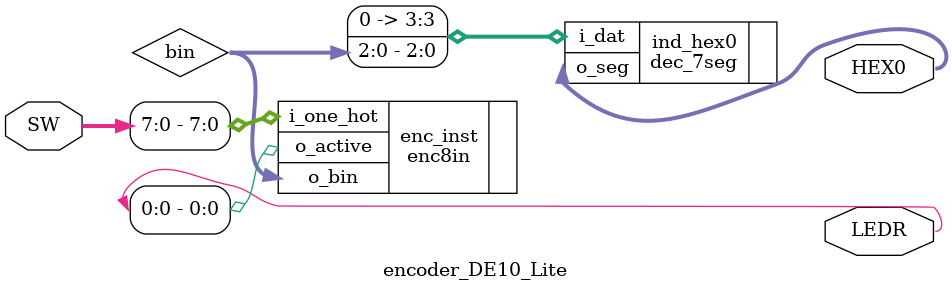
<source format=v>
module encoder_DE10_Lite (SW, HEX0, LEDR);

input   [9:0]   SW;
output  [9:0]   LEDR;
output  [6:0]   HEX0;

wire    [2:0]   bin;

enc8in enc_inst(.i_one_hot (SW[7:0]), 
                .o_bin (bin),
                .o_active (LEDR[0])
                );

dec_7seg    ind_hex0(.i_dat ({1'b0, bin}), 
                     .o_seg (HEX0)
                    );

endmodule


</source>
